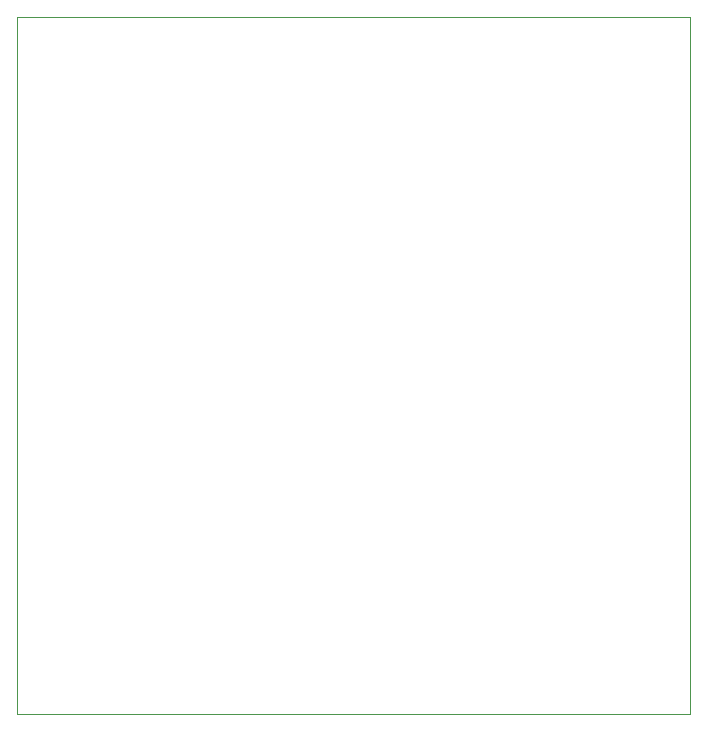
<source format=gbr>
%TF.GenerationSoftware,KiCad,Pcbnew,5.1.12-1.fc35*%
%TF.CreationDate,2022-02-23T17:55:04-05:00*%
%TF.ProjectId,kassuVCA,6b617373-7556-4434-912e-6b696361645f,rev?*%
%TF.SameCoordinates,Original*%
%TF.FileFunction,Profile,NP*%
%FSLAX46Y46*%
G04 Gerber Fmt 4.6, Leading zero omitted, Abs format (unit mm)*
G04 Created by KiCad (PCBNEW 5.1.12-1.fc35) date 2022-02-23 17:55:04*
%MOMM*%
%LPD*%
G01*
G04 APERTURE LIST*
%TA.AperFunction,Profile*%
%ADD10C,0.050000*%
%TD*%
G04 APERTURE END LIST*
D10*
X156000000Y-77000000D02*
X99000000Y-77000000D01*
X156000000Y-136000000D02*
X156000000Y-77000000D01*
X99000000Y-136000000D02*
X156000000Y-136000000D01*
X99000000Y-77000000D02*
X99000000Y-136000000D01*
M02*

</source>
